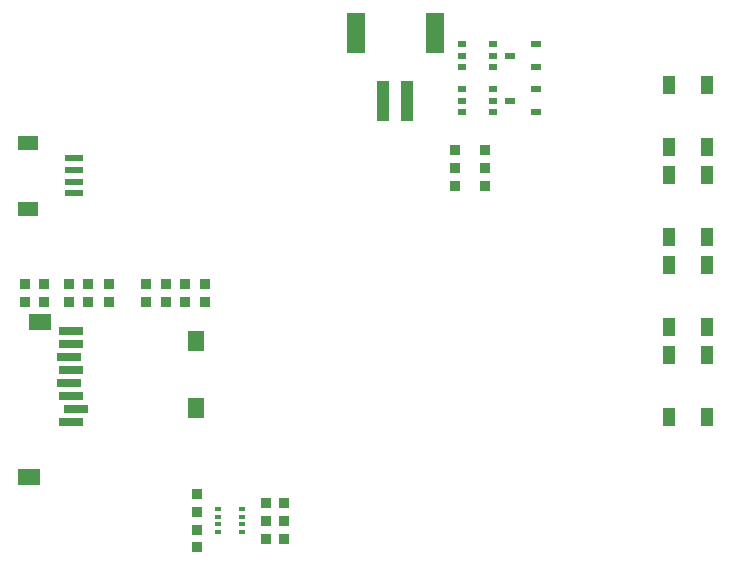
<source format=gbr>
%TF.GenerationSoftware,KiCad,Pcbnew,7.0.11*%
%TF.CreationDate,2024-02-24T16:34:23-05:00*%
%TF.ProjectId,destinationWeatherStation_r4-5,64657374-696e-4617-9469-6f6e57656174,03*%
%TF.SameCoordinates,Original*%
%TF.FileFunction,Paste,Top*%
%TF.FilePolarity,Positive*%
%FSLAX46Y46*%
G04 Gerber Fmt 4.6, Leading zero omitted, Abs format (unit mm)*
G04 Created by KiCad (PCBNEW 7.0.11) date 2024-02-24 16:34:23*
%MOMM*%
%LPD*%
G01*
G04 APERTURE LIST*
%ADD10R,1.000000X1.550000*%
%ADD11R,0.826000X0.609000*%
%ADD12R,0.929000X0.820000*%
%ADD13R,0.970000X0.871000*%
%ADD14R,1.500000X3.400000*%
%ADD15R,1.000000X3.500000*%
%ADD16R,0.706000X0.567000*%
%ADD17R,2.000000X0.800000*%
%ADD18R,1.400000X1.800000*%
%ADD19R,1.900000X1.400000*%
%ADD20R,0.820000X0.929000*%
%ADD21R,1.800000X1.200000*%
%ADD22R,1.550000X0.600000*%
%ADD23R,0.500000X0.350000*%
G04 APERTURE END LIST*
D10*
%TO.C,SW5*%
X173685000Y-102785000D03*
X173685000Y-108035000D03*
X170485000Y-102785000D03*
X170485000Y-108035000D03*
%TD*%
%TO.C,SW3*%
X173685000Y-87545000D03*
X173685000Y-92795000D03*
X170485000Y-87545000D03*
X170485000Y-92795000D03*
%TD*%
%TO.C,SW2*%
X173685000Y-79925000D03*
X173685000Y-85175000D03*
X170485000Y-79925000D03*
X170485000Y-85175000D03*
%TD*%
D11*
%TO.C,Q2*%
X159228000Y-78420000D03*
X159228000Y-76520000D03*
X157002000Y-77470000D03*
%TD*%
D12*
%TO.C,R12*%
X154939000Y-85485000D03*
X154939000Y-86995000D03*
X154939000Y-88505000D03*
%TD*%
D13*
%TO.C,C2*%
X130556000Y-117602000D03*
X130556000Y-119102000D03*
%TD*%
D14*
%TO.C,J1*%
X150670000Y-75586000D03*
X143970000Y-75586000D03*
D15*
X148320000Y-81336000D03*
X146320000Y-81336000D03*
%TD*%
D16*
%TO.C,Q4*%
X155608000Y-78420000D03*
X155608000Y-77470000D03*
X155608000Y-76520000D03*
X153002000Y-76520000D03*
X153002000Y-77470000D03*
X153002000Y-78420000D03*
%TD*%
D17*
%TO.C,J2*%
X119879000Y-108505000D03*
X120279000Y-107405000D03*
X119879000Y-106305000D03*
X119679000Y-105205000D03*
X119879000Y-104105000D03*
X119679000Y-103005000D03*
X119879000Y-101905000D03*
X119879000Y-100805000D03*
D18*
X130429000Y-101615000D03*
X130429000Y-107315000D03*
D19*
X117279000Y-100015000D03*
X116279000Y-113165000D03*
%TD*%
D10*
%TO.C,SW4*%
X173685000Y-95165000D03*
X173685000Y-100415000D03*
X170485000Y-95165000D03*
X170485000Y-100415000D03*
%TD*%
D20*
%TO.C,R10*%
X137910000Y-118364000D03*
X136400000Y-118364000D03*
%TD*%
D12*
%TO.C,R5*%
X127889000Y-96781000D03*
X127889000Y-98291000D03*
%TD*%
D13*
%TO.C,C4*%
X117602000Y-98286000D03*
X117602000Y-96786000D03*
%TD*%
D12*
%TO.C,R3*%
X121343000Y-96781000D03*
X121343000Y-98291000D03*
%TD*%
D21*
%TO.C,J3*%
X116235000Y-84830000D03*
X116235000Y-90430000D03*
D22*
X120110000Y-86130000D03*
X120110000Y-87130000D03*
X120110000Y-88130000D03*
X120110000Y-89130000D03*
%TD*%
D12*
%TO.C,R1*%
X131191000Y-96781000D03*
X131191000Y-98291000D03*
%TD*%
D23*
%TO.C,U2*%
X134375000Y-115865000D03*
X134375000Y-116515000D03*
X134375000Y-117165000D03*
X134375000Y-117815000D03*
X132325000Y-117815000D03*
X132325000Y-117165000D03*
X132325000Y-116515000D03*
X132325000Y-115865000D03*
%TD*%
D11*
%TO.C,Q1*%
X159228000Y-82230000D03*
X159228000Y-80330000D03*
X157002000Y-81280000D03*
%TD*%
D12*
%TO.C,R2*%
X119692000Y-96781000D03*
X119692000Y-98291000D03*
%TD*%
D20*
%TO.C,R9*%
X137920000Y-116840000D03*
X136410000Y-116840000D03*
%TD*%
D12*
%TO.C,R6*%
X126238000Y-96781000D03*
X126238000Y-98291000D03*
%TD*%
%TO.C,R7*%
X129540000Y-96781000D03*
X129540000Y-98291000D03*
%TD*%
%TO.C,R11*%
X152400000Y-85485000D03*
X152400000Y-86995000D03*
X152400000Y-88505000D03*
%TD*%
D20*
%TO.C,R8*%
X137920000Y-115316000D03*
X136410000Y-115316000D03*
%TD*%
D13*
%TO.C,C1*%
X130556000Y-114566000D03*
X130556000Y-116066000D03*
%TD*%
D12*
%TO.C,R4*%
X123063000Y-96781000D03*
X123063000Y-98291000D03*
%TD*%
D13*
%TO.C,C3*%
X115951000Y-98286000D03*
X115951000Y-96786000D03*
%TD*%
D16*
%TO.C,Q3*%
X155608000Y-82230000D03*
X155608000Y-81280000D03*
X155608000Y-80330000D03*
X153002000Y-80330000D03*
X153002000Y-81280000D03*
X153002000Y-82230000D03*
%TD*%
M02*

</source>
